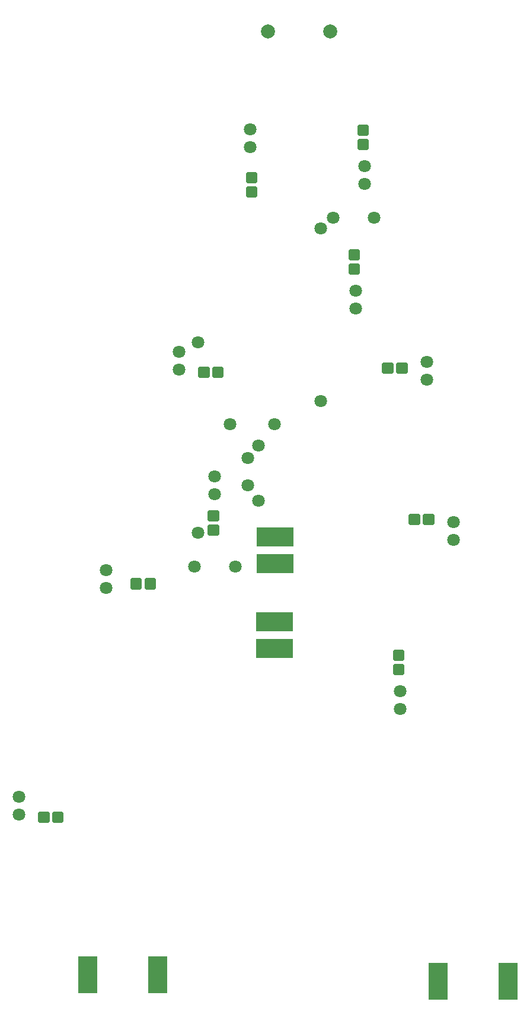
<source format=gbr>
G04 EAGLE Gerber RS-274X export*
G75*
%MOMM*%
%FSLAX34Y34*%
%LPD*%
%INSoldermask Bottom*%
%IPPOS*%
%AMOC8*
5,1,8,0,0,1.08239X$1,22.5*%
G01*
%ADD10R,2.743200X5.283200*%
%ADD11R,5.283200X2.743200*%
%ADD12C,2.003200*%
%ADD13C,1.803200*%
%ADD14C,0.480959*%


D10*
X624530Y36210D03*
X724530Y36210D03*
X224530Y45410D03*
X124530Y45410D03*
D11*
X391760Y670190D03*
X391760Y632090D03*
X391270Y549210D03*
X391270Y511110D03*
D12*
X470800Y1391500D03*
D13*
X150600Y622800D03*
X150600Y597400D03*
X254900Y934300D03*
X254900Y908900D03*
X646800Y665900D03*
X646800Y691300D03*
X305700Y756500D03*
X305700Y731100D03*
X608700Y894500D03*
X608700Y919900D03*
X519800Y1173900D03*
X519800Y1199300D03*
X356500Y1251800D03*
X356500Y1226400D03*
X570600Y424600D03*
X570600Y450000D03*
X26300Y299300D03*
X26300Y273900D03*
X507100Y996100D03*
X507100Y1021500D03*
D12*
X381900Y1391500D03*
D14*
X199111Y597589D02*
X187889Y597589D01*
X187889Y608811D01*
X199111Y608811D01*
X199111Y597589D01*
X199111Y602158D02*
X187889Y602158D01*
X187889Y606727D02*
X199111Y606727D01*
X208079Y597589D02*
X219301Y597589D01*
X208079Y597589D02*
X208079Y608811D01*
X219301Y608811D01*
X219301Y597589D01*
X219301Y602158D02*
X208079Y602158D01*
X208079Y606727D02*
X219301Y606727D01*
X284789Y899189D02*
X296011Y899189D01*
X284789Y899189D02*
X284789Y910411D01*
X296011Y910411D01*
X296011Y899189D01*
X296011Y903758D02*
X284789Y903758D01*
X284789Y908327D02*
X296011Y908327D01*
X304979Y899189D02*
X316201Y899189D01*
X304979Y899189D02*
X304979Y910411D01*
X316201Y910411D01*
X316201Y899189D01*
X316201Y903758D02*
X304979Y903758D01*
X304979Y908327D02*
X316201Y908327D01*
X605689Y701011D02*
X616911Y701011D01*
X616911Y689789D01*
X605689Y689789D01*
X605689Y701011D01*
X605689Y694358D02*
X616911Y694358D01*
X616911Y698927D02*
X605689Y698927D01*
X596721Y701011D02*
X585499Y701011D01*
X596721Y701011D02*
X596721Y689789D01*
X585499Y689789D01*
X585499Y701011D01*
X585499Y694358D02*
X596721Y694358D01*
X596721Y698927D02*
X585499Y698927D01*
X298479Y694589D02*
X298479Y705811D01*
X309701Y705811D01*
X309701Y694589D01*
X298479Y694589D01*
X298479Y699158D02*
X309701Y699158D01*
X309701Y703727D02*
X298479Y703727D01*
X298479Y685621D02*
X298479Y674399D01*
X298479Y685621D02*
X309701Y685621D01*
X309701Y674399D01*
X298479Y674399D01*
X298479Y678968D02*
X309701Y678968D01*
X309701Y683537D02*
X298479Y683537D01*
X567589Y916911D02*
X578811Y916911D01*
X578811Y905689D01*
X567589Y905689D01*
X567589Y916911D01*
X567589Y910258D02*
X578811Y910258D01*
X578811Y914827D02*
X567589Y914827D01*
X558621Y916911D02*
X547399Y916911D01*
X558621Y916911D02*
X558621Y905689D01*
X547399Y905689D01*
X547399Y916911D01*
X547399Y910258D02*
X558621Y910258D01*
X558621Y914827D02*
X547399Y914827D01*
X523211Y1224589D02*
X523211Y1235811D01*
X523211Y1224589D02*
X511989Y1224589D01*
X511989Y1235811D01*
X523211Y1235811D01*
X523211Y1229158D02*
X511989Y1229158D01*
X511989Y1233727D02*
X523211Y1233727D01*
X523211Y1244779D02*
X523211Y1256001D01*
X523211Y1244779D02*
X511989Y1244779D01*
X511989Y1256001D01*
X523211Y1256001D01*
X523211Y1249348D02*
X511989Y1249348D01*
X511989Y1253917D02*
X523211Y1253917D01*
X353089Y1188411D02*
X353089Y1177189D01*
X353089Y1188411D02*
X364311Y1188411D01*
X364311Y1177189D01*
X353089Y1177189D01*
X353089Y1181758D02*
X364311Y1181758D01*
X364311Y1186327D02*
X353089Y1186327D01*
X353089Y1168221D02*
X353089Y1156999D01*
X353089Y1168221D02*
X364311Y1168221D01*
X364311Y1156999D01*
X353089Y1156999D01*
X353089Y1161568D02*
X364311Y1161568D01*
X364311Y1166137D02*
X353089Y1166137D01*
X574011Y486511D02*
X574011Y475289D01*
X562789Y475289D01*
X562789Y486511D01*
X574011Y486511D01*
X574011Y479858D02*
X562789Y479858D01*
X562789Y484427D02*
X574011Y484427D01*
X574011Y495479D02*
X574011Y506701D01*
X574011Y495479D02*
X562789Y495479D01*
X562789Y506701D01*
X574011Y506701D01*
X574011Y500048D02*
X562789Y500048D01*
X562789Y504617D02*
X574011Y504617D01*
X67411Y264189D02*
X56189Y264189D01*
X56189Y275411D01*
X67411Y275411D01*
X67411Y264189D01*
X67411Y268758D02*
X56189Y268758D01*
X56189Y273327D02*
X67411Y273327D01*
X76379Y264189D02*
X87601Y264189D01*
X76379Y264189D02*
X76379Y275411D01*
X87601Y275411D01*
X87601Y264189D01*
X87601Y268758D02*
X76379Y268758D01*
X76379Y273327D02*
X87601Y273327D01*
X510511Y1046789D02*
X510511Y1058011D01*
X510511Y1046789D02*
X499289Y1046789D01*
X499289Y1058011D01*
X510511Y1058011D01*
X510511Y1051358D02*
X499289Y1051358D01*
X499289Y1055927D02*
X510511Y1055927D01*
X510511Y1066979D02*
X510511Y1078201D01*
X510511Y1066979D02*
X499289Y1066979D01*
X499289Y1078201D01*
X510511Y1078201D01*
X510511Y1071548D02*
X499289Y1071548D01*
X499289Y1076117D02*
X510511Y1076117D01*
D13*
X533400Y1125220D03*
X474980Y1125220D03*
X281940Y675640D03*
X281940Y947420D03*
X353430Y743850D03*
X353060Y782320D03*
X327660Y830580D03*
X391160Y830580D03*
X276860Y627380D03*
X335280Y627380D03*
X368300Y800100D03*
X457200Y863600D03*
X457200Y1109980D03*
X368300Y721360D03*
M02*

</source>
